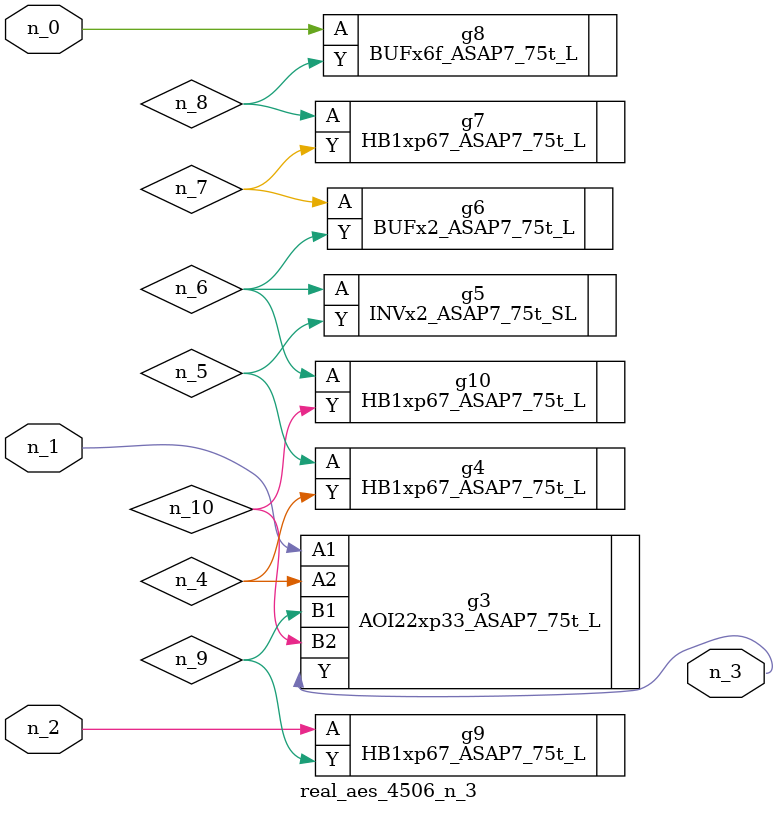
<source format=v>
module real_aes_4506_n_3 (n_0, n_2, n_1, n_3);
input n_0;
input n_2;
input n_1;
output n_3;
wire n_4;
wire n_5;
wire n_7;
wire n_9;
wire n_6;
wire n_8;
wire n_10;
BUFx6f_ASAP7_75t_L g8 ( .A(n_0), .Y(n_8) );
AOI22xp33_ASAP7_75t_L g3 ( .A1(n_1), .A2(n_4), .B1(n_9), .B2(n_10), .Y(n_3) );
HB1xp67_ASAP7_75t_L g9 ( .A(n_2), .Y(n_9) );
HB1xp67_ASAP7_75t_L g4 ( .A(n_5), .Y(n_4) );
INVx2_ASAP7_75t_SL g5 ( .A(n_6), .Y(n_5) );
HB1xp67_ASAP7_75t_L g10 ( .A(n_6), .Y(n_10) );
BUFx2_ASAP7_75t_L g6 ( .A(n_7), .Y(n_6) );
HB1xp67_ASAP7_75t_L g7 ( .A(n_8), .Y(n_7) );
endmodule
</source>
